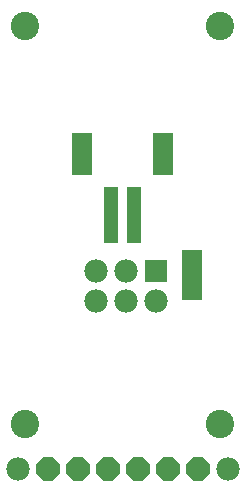
<source format=gbr>
G04 EAGLE Gerber RS-274X export*
G75*
%MOMM*%
%FSLAX34Y34*%
%LPD*%
%INSoldermask Bottom*%
%IPPOS*%
%AMOC8*
5,1,8,0,0,1.08239X$1,22.5*%
G01*
%ADD10C,2.403200*%
%ADD11P,2.144431X8X112.500000*%
%ADD12C,1.981200*%
%ADD13R,1.203200X4.803200*%
%ADD14R,1.803200X3.603200*%
%ADD15R,1.981200X1.981200*%
%ADD16R,1.800000X4.200000*%


D10*
X184150Y50800D03*
X19050Y50800D03*
X19050Y387350D03*
X184150Y387350D03*
D11*
X38100Y12700D03*
X63500Y12700D03*
X88900Y12700D03*
X114300Y12700D03*
X139700Y12700D03*
X165100Y12700D03*
D12*
X190500Y12700D03*
X12700Y12700D03*
D13*
X111600Y227160D03*
X91600Y227160D03*
D14*
X135600Y279160D03*
X67600Y279160D03*
D12*
X129540Y154940D03*
X104140Y154940D03*
X78740Y154940D03*
D15*
X129540Y180340D03*
D12*
X104140Y180340D03*
X78740Y180340D03*
D16*
X160020Y176530D03*
M02*

</source>
